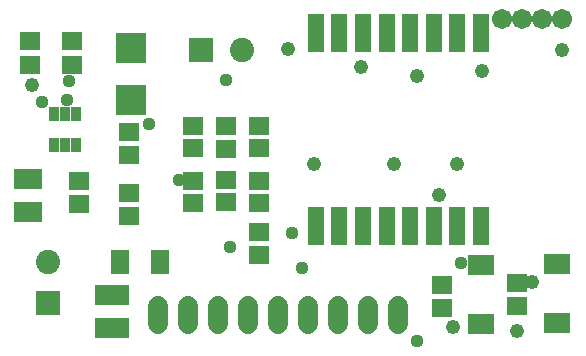
<source format=gts>
G75*
%MOIN*%
%OFA0B0*%
%FSLAX25Y25*%
%IPPOS*%
%LPD*%
%AMOC8*
5,1,8,0,0,1.08239X$1,22.5*
%
%ADD10R,0.07099X0.05918*%
%ADD11R,0.10249X0.10249*%
%ADD12R,0.09461X0.07099*%
%ADD13R,0.06706X0.05918*%
%ADD14R,0.05524X0.12611*%
%ADD15R,0.03517X0.04737*%
%ADD16C,0.06800*%
%ADD17R,0.08083X0.08083*%
%ADD18C,0.08083*%
%ADD19R,0.08674X0.07099*%
%ADD20C,0.06706*%
%ADD21R,0.06312X0.07887*%
%ADD22R,0.11430X0.07099*%
%ADD23C,0.04762*%
%ADD24C,0.04369*%
D10*
X0027154Y0050737D03*
X0027154Y0058611D03*
X0024674Y0097272D03*
X0024674Y0105146D03*
X0010816Y0105068D03*
X0010816Y0097194D03*
D11*
X0044556Y0102706D03*
X0044556Y0085383D03*
D12*
X0010225Y0059083D03*
X0010225Y0048060D03*
D13*
X0043847Y0046918D03*
X0043847Y0054398D03*
X0043965Y0067312D03*
X0043965Y0074792D03*
X0065225Y0076957D03*
X0076249Y0076800D03*
X0076249Y0069320D03*
X0065225Y0069477D03*
X0065225Y0058572D03*
X0076249Y0058847D03*
X0076249Y0051367D03*
X0065225Y0051091D03*
X0087312Y0051091D03*
X0087312Y0058572D03*
X0087233Y0069398D03*
X0087233Y0076879D03*
X0087272Y0041446D03*
X0087272Y0033965D03*
X0148178Y0023729D03*
X0148178Y0016249D03*
X0173178Y0016997D03*
X0173178Y0024477D03*
D14*
X0161170Y0043375D03*
X0153296Y0043375D03*
X0145422Y0043375D03*
X0137548Y0043375D03*
X0129674Y0043375D03*
X0121800Y0043375D03*
X0113926Y0043375D03*
X0106052Y0043375D03*
X0106052Y0107942D03*
X0113926Y0107942D03*
X0121800Y0107942D03*
X0129674Y0107942D03*
X0137548Y0107942D03*
X0145422Y0107942D03*
X0153296Y0107942D03*
X0161170Y0107942D03*
D15*
X0026209Y0080894D03*
X0022469Y0080894D03*
X0018729Y0080894D03*
X0018729Y0070658D03*
X0022469Y0070658D03*
X0026209Y0070658D03*
D16*
X0053454Y0016926D02*
X0053454Y0010926D01*
X0063454Y0010926D02*
X0063454Y0016926D01*
X0073454Y0016926D02*
X0073454Y0010926D01*
X0083454Y0010926D02*
X0083454Y0016926D01*
X0093454Y0016926D02*
X0093454Y0010926D01*
X0103454Y0010926D02*
X0103454Y0016926D01*
X0113454Y0016926D02*
X0113454Y0010926D01*
X0123454Y0010926D02*
X0123454Y0016926D01*
X0133454Y0016926D02*
X0133454Y0010926D01*
D17*
X0016918Y0017745D03*
X0067863Y0102272D03*
D18*
X0081643Y0102272D03*
X0016918Y0031524D03*
D19*
X0161288Y0030422D03*
X0186524Y0030737D03*
X0186524Y0011052D03*
X0161288Y0010737D03*
D20*
X0168139Y0112548D03*
X0174753Y0112548D03*
X0181406Y0112627D03*
X0188296Y0112587D03*
D21*
X0054306Y0031544D03*
X0040920Y0031544D03*
D22*
X0038164Y0020481D03*
X0038164Y0009457D03*
D23*
X0105487Y0064339D03*
X0132298Y0064339D03*
X0147298Y0053867D03*
X0153282Y0064339D03*
X0139713Y0093611D03*
X0121249Y0096643D03*
X0096918Y0102587D03*
X0161668Y0095048D03*
X0188296Y0102115D03*
X0178296Y0024713D03*
X0173282Y0008631D03*
X0151983Y0009930D03*
X0011485Y0090383D03*
D24*
X0014792Y0084989D03*
X0023099Y0085501D03*
X0023965Y0091957D03*
X0050580Y0077509D03*
X0076269Y0092039D03*
X0060383Y0058769D03*
X0077430Y0036524D03*
X0098257Y0041013D03*
X0101524Y0029674D03*
X0139831Y0005186D03*
X0154517Y0031170D03*
M02*

</source>
